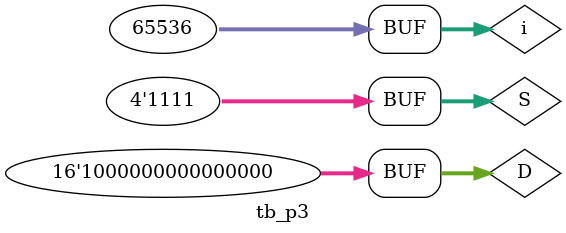
<source format=v>
module tb_p3();
  reg[15:0] D;
  reg[3:0] S;
  wire Z;
  integer i;
  p3 UUT(Z, D, S);
  initial
  begin
    #10 $monitor(" D = %b", D, " , S = %b", S, " , Z = ", Z);
    for( i = 1; i <= 65535; i = i * 2)
    begin
    D = i;
    S = 0; #10;
    S = 1; #10;
    S = 2; #10;
    S = 3; #10;
    S = 4; #10;
    S = 5; #10;
    S = 6; #10;
    S = 7; #10;
    S = 8; #10;
    S = 9; #10;
    S = 10; #10;
    S = 11; #10;
    S = 12; #10;
    S = 13; #10;
    S = 14; #10;
    S = 15; #10;
    $display("-----------------------------------------");
    end
  end
endmodule


</source>
